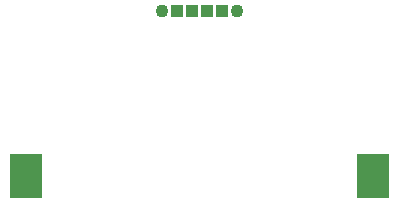
<source format=gbr>
G04 EAGLE Gerber RS-274X export*
G75*
%MOMM*%
%FSLAX34Y34*%
%LPD*%
%INSoldermask Bottom*%
%IPPOS*%
%AMOC8*
5,1,8,0,0,1.08239X$1,22.5*%
G01*
%ADD10R,2.803200X3.703200*%
%ADD11R,1.103200X1.103200*%
%ADD12C,1.103200*%


D10*
X317000Y170000D03*
X23000Y170000D03*
D11*
X163650Y310000D03*
X150950Y310000D03*
D12*
X138250Y310000D03*
X201750Y310000D03*
D11*
X176350Y310000D03*
X189050Y310000D03*
M02*

</source>
